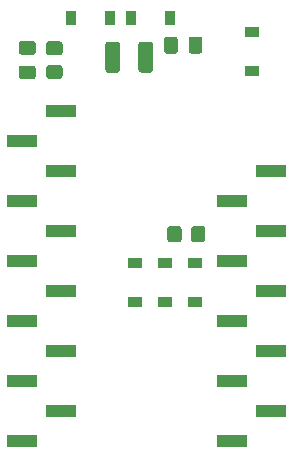
<source format=gbr>
%TF.GenerationSoftware,KiCad,Pcbnew,(5.1.10)-1*%
%TF.CreationDate,2022-01-07T18:41:24+01:00*%
%TF.ProjectId,M5StampC3,4d355374-616d-4704-9333-2e6b69636164,rev?*%
%TF.SameCoordinates,Original*%
%TF.FileFunction,Paste,Bot*%
%TF.FilePolarity,Positive*%
%FSLAX46Y46*%
G04 Gerber Fmt 4.6, Leading zero omitted, Abs format (unit mm)*
G04 Created by KiCad (PCBNEW (5.1.10)-1) date 2022-01-07 18:41:24*
%MOMM*%
%LPD*%
G01*
G04 APERTURE LIST*
%ADD10R,1.200000X0.900000*%
%ADD11R,2.510000X1.000000*%
%ADD12R,0.900000X1.200000*%
G04 APERTURE END LIST*
%TO.C,R5*%
G36*
G01*
X129178000Y-61156001D02*
X129178000Y-60255999D01*
G75*
G02*
X129427999Y-60006000I249999J0D01*
G01*
X130128001Y-60006000D01*
G75*
G02*
X130378000Y-60255999I0J-249999D01*
G01*
X130378000Y-61156001D01*
G75*
G02*
X130128001Y-61406000I-249999J0D01*
G01*
X129427999Y-61406000D01*
G75*
G02*
X129178000Y-61156001I0J249999D01*
G01*
G37*
G36*
G01*
X127178000Y-61156001D02*
X127178000Y-60255999D01*
G75*
G02*
X127427999Y-60006000I249999J0D01*
G01*
X128128001Y-60006000D01*
G75*
G02*
X128378000Y-60255999I0J-249999D01*
G01*
X128378000Y-61156001D01*
G75*
G02*
X128128001Y-61406000I-249999J0D01*
G01*
X127427999Y-61406000D01*
G75*
G02*
X127178000Y-61156001I0J249999D01*
G01*
G37*
%TD*%
D10*
%TO.C,D8*%
X124460000Y-66420000D03*
X124460000Y-63120000D03*
%TD*%
%TO.C,D7*%
X127000000Y-66420000D03*
X127000000Y-63120000D03*
%TD*%
%TO.C,D6*%
X129540000Y-66420000D03*
X129540000Y-63120000D03*
%TD*%
D11*
%TO.C,J2*%
X132635000Y-78232000D03*
X132635000Y-73152000D03*
X132635000Y-68072000D03*
X132635000Y-62992000D03*
X132635000Y-57912000D03*
X135945000Y-75692000D03*
X135945000Y-70612000D03*
X135945000Y-65532000D03*
X135945000Y-60452000D03*
X135945000Y-55372000D03*
%TD*%
%TO.C,J1*%
X114855000Y-78228000D03*
X114855000Y-73148000D03*
X114855000Y-68068000D03*
X114855000Y-62988000D03*
X114855000Y-57908000D03*
X114855000Y-52828000D03*
X118165000Y-75688000D03*
X118165000Y-70608000D03*
X118165000Y-65528000D03*
X118165000Y-60448000D03*
X118165000Y-55368000D03*
X118165000Y-50288000D03*
%TD*%
%TO.C,L1*%
G36*
G01*
X124727000Y-46795000D02*
X124727000Y-44645000D01*
G75*
G02*
X124977000Y-44395000I250000J0D01*
G01*
X125727000Y-44395000D01*
G75*
G02*
X125977000Y-44645000I0J-250000D01*
G01*
X125977000Y-46795000D01*
G75*
G02*
X125727000Y-47045000I-250000J0D01*
G01*
X124977000Y-47045000D01*
G75*
G02*
X124727000Y-46795000I0J250000D01*
G01*
G37*
G36*
G01*
X121927000Y-46795000D02*
X121927000Y-44645000D01*
G75*
G02*
X122177000Y-44395000I250000J0D01*
G01*
X122927000Y-44395000D01*
G75*
G02*
X123177000Y-44645000I0J-250000D01*
G01*
X123177000Y-46795000D01*
G75*
G02*
X122927000Y-47045000I-250000J0D01*
G01*
X122177000Y-47045000D01*
G75*
G02*
X121927000Y-46795000I0J250000D01*
G01*
G37*
%TD*%
%TO.C,R2*%
G36*
G01*
X118052001Y-45574000D02*
X117151999Y-45574000D01*
G75*
G02*
X116902000Y-45324001I0J249999D01*
G01*
X116902000Y-44623999D01*
G75*
G02*
X117151999Y-44374000I249999J0D01*
G01*
X118052001Y-44374000D01*
G75*
G02*
X118302000Y-44623999I0J-249999D01*
G01*
X118302000Y-45324001D01*
G75*
G02*
X118052001Y-45574000I-249999J0D01*
G01*
G37*
G36*
G01*
X118052001Y-47574000D02*
X117151999Y-47574000D01*
G75*
G02*
X116902000Y-47324001I0J249999D01*
G01*
X116902000Y-46623999D01*
G75*
G02*
X117151999Y-46374000I249999J0D01*
G01*
X118052001Y-46374000D01*
G75*
G02*
X118302000Y-46623999I0J-249999D01*
G01*
X118302000Y-47324001D01*
G75*
G02*
X118052001Y-47574000I-249999J0D01*
G01*
G37*
%TD*%
D12*
%TO.C,D1*%
X124080000Y-42418000D03*
X127380000Y-42418000D03*
%TD*%
D10*
%TO.C,D2*%
X134366000Y-46862000D03*
X134366000Y-43562000D03*
%TD*%
D12*
%TO.C,D3*%
X119000000Y-42418000D03*
X122300000Y-42418000D03*
%TD*%
%TO.C,C12*%
G36*
G01*
X128074000Y-44229000D02*
X128074000Y-45179000D01*
G75*
G02*
X127824000Y-45429000I-250000J0D01*
G01*
X127149000Y-45429000D01*
G75*
G02*
X126899000Y-45179000I0J250000D01*
G01*
X126899000Y-44229000D01*
G75*
G02*
X127149000Y-43979000I250000J0D01*
G01*
X127824000Y-43979000D01*
G75*
G02*
X128074000Y-44229000I0J-250000D01*
G01*
G37*
G36*
G01*
X130149000Y-44229000D02*
X130149000Y-45179000D01*
G75*
G02*
X129899000Y-45429000I-250000J0D01*
G01*
X129224000Y-45429000D01*
G75*
G02*
X128974000Y-45179000I0J250000D01*
G01*
X128974000Y-44229000D01*
G75*
G02*
X129224000Y-43979000I250000J0D01*
G01*
X129899000Y-43979000D01*
G75*
G02*
X130149000Y-44229000I0J-250000D01*
G01*
G37*
%TD*%
%TO.C,C10*%
G36*
G01*
X115791000Y-45524000D02*
X114841000Y-45524000D01*
G75*
G02*
X114591000Y-45274000I0J250000D01*
G01*
X114591000Y-44599000D01*
G75*
G02*
X114841000Y-44349000I250000J0D01*
G01*
X115791000Y-44349000D01*
G75*
G02*
X116041000Y-44599000I0J-250000D01*
G01*
X116041000Y-45274000D01*
G75*
G02*
X115791000Y-45524000I-250000J0D01*
G01*
G37*
G36*
G01*
X115791000Y-47599000D02*
X114841000Y-47599000D01*
G75*
G02*
X114591000Y-47349000I0J250000D01*
G01*
X114591000Y-46674000D01*
G75*
G02*
X114841000Y-46424000I250000J0D01*
G01*
X115791000Y-46424000D01*
G75*
G02*
X116041000Y-46674000I0J-250000D01*
G01*
X116041000Y-47349000D01*
G75*
G02*
X115791000Y-47599000I-250000J0D01*
G01*
G37*
%TD*%
M02*

</source>
